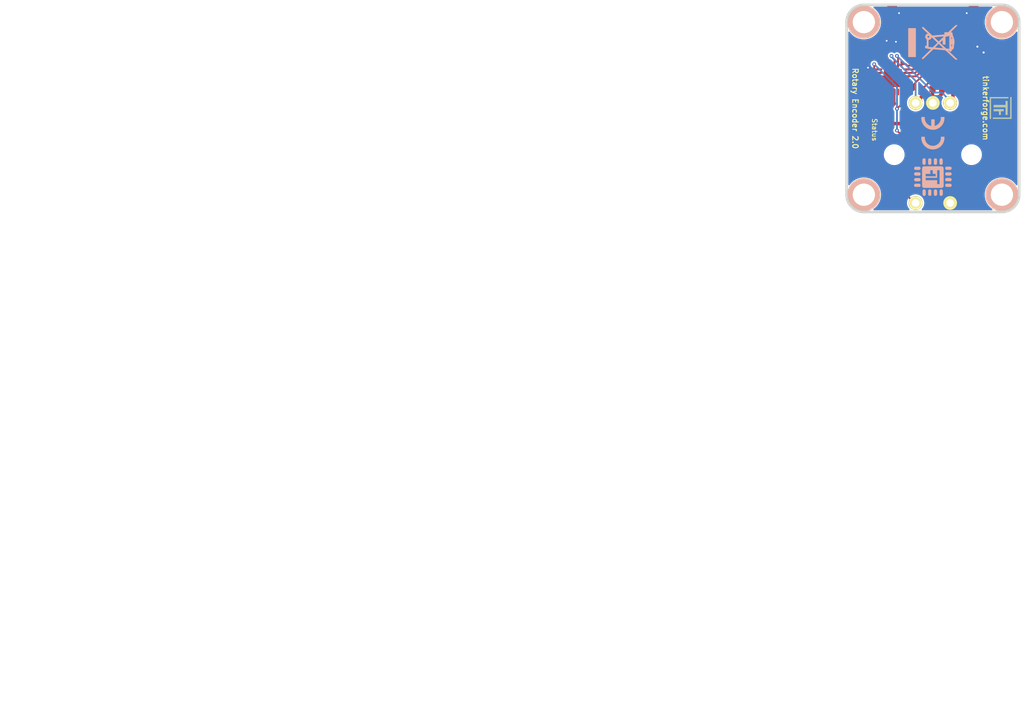
<source format=kicad_pcb>
(kicad_pcb (version 20221018) (generator pcbnew)
  (title_block (title "Rotary Encoder Bricklet") (date "2017-09-18") (rev "2.0") (company "Tinkerforge GmbH") (comment 1 "Licensed under CERN OHL v.1.1") (comment 2 "Copyright (©) 2017, L.Lauer <lukas@tinkerforge.com>"))
  (layers (0 "F.Cu" jumper "Vorderseite") (31 "B.Cu" jumper "Rückseite") (34 "B.Paste" user) (35 "F.Paste" user) (36 "B.SilkS" user "B.Silkscreen") (37 "F.SilkS" user "F.Silkscreen") (38 "B.Mask" user) (39 "F.Mask" user) (44 "Edge.Cuts" user))
  (net 0 "")
  (net 1 "GND")
  (net 2 "VCC")
  (net 3 "Net-(D1-Pad2)")
  (net 4 "Net-(P1-Pad4)")
  (net 5 "Net-(P1-Pad5)")
  (net 6 "Net-(P1-Pad6)")
  (net 7 "Net-(P2-Pad2)")
  (net 8 "Net-(P3-Pad1)")
  (net 9 "Net-(R1-Pad1)")
  (net 10 "S-MISO")
  (net 11 "S-MOSI")
  (net 12 "S-CLK")
  (net 13 "S-CS")
  (net 14 "SW1")
  (net 15 "IN_B")
  (net 16 "IN_A")
  (net 17 "Net-(C4-Pad1)")
  (net 18 "Net-(P1-Pad1)")
  (net 19 "Net-(RP2-Pad2)")
  (net 20 "Net-(U1-Pad4)")
  (net 21 "Net-(U1-Pad6)")
  (net 22 "Net-(U1-Pad8)")
  (net 23 "Net-(U1-Pad11)")
  (net 24 "Net-(U1-Pad12)")
  (net 25 "Net-(U1-Pad13)")
  (net 26 "Net-(U1-Pad14)")
  (net 27 "Net-(U1-Pad17)")
  (net 28 "Net-(U1-Pad18)")
  (net 29 "Net-(U1-Pad19)")
  (net 30 "Net-(U1-Pad20)")
  (net 31 "Net-(U1-Pad21)")
  (footprint "Logo_31x31" (layer "F.Cu") (at 163.8 100.45 -90)
    (fp_text reference "G***" hide)
    (fp_text value "Logo_31x31" hide)
  )
  (footprint "Fiducial_Mark" (layer "F.Cu") (at 141.4 93.6 -90)
    (fp_text reference "Fiducial_Mark" hide)
    (fp_text value "VAL**" hide)
    (pad "1" smd circle (at 0 0 270) (size 1.00076 1.00076) (layers "F.Cu" "F.Mask") (clearance 0.65024))
  )
  (footprint "Fiducial_Mark" (layer "F.Cu") (at 163.4 110.6 -90)
    (fp_text reference "Fiducial_Mark" hide)
    (fp_text value "VAL**" hide)
    (pad "1" smd circle (at 0 0 270) (size 1.00076 1.00076) (layers "F.Cu" "F.Mask") (clearance 0.65024))
  )
  (footprint "kicad-libraries:C0805E" (layer "F.Cu") (at 157.2 94.8 90)
    (fp_text reference "C1")
    (fp_text value "10uF")
    (pad "1" smd rect (at -0.95 0 90) (size 1.3 1.5) (layers "F.Cu" "F.Paste" "F.Mask") (net 2 "VCC") (clearance 0.14986))
    (pad "2" smd rect (at 0.95 0 90) (size 1.3 1.5) (layers "F.Cu" "F.Paste" "F.Mask") (net 1 "GND") (clearance 0.14986))
  )
  (footprint "kicad-libraries:C0603F" (layer "F.Cu") (at 158.8 94.8 90)
    (fp_text reference "C2")
    (fp_text value "1uF")
    (pad "1" smd rect (at -0.75 0 90) (size 0.9 0.9) (layers "F.Cu" "F.Paste" "F.Mask") (net 2 "VCC"))
    (pad "2" smd rect (at 0.75 0 90) (size 0.9 0.9) (layers "F.Cu" "F.Paste" "F.Mask") (net 1 "GND"))
  )
  (footprint "kicad-libraries:C0603F" (layer "F.Cu") (at 143 97.7 90)
    (fp_text reference "C3")
    (fp_text value "100nF")
    (pad "1" smd rect (at -0.75 0 90) (size 0.9 0.9) (layers "F.Cu" "F.Paste" "F.Mask") (net 2 "VCC"))
    (pad "2" smd rect (at 0.75 0 90) (size 0.9 0.9) (layers "F.Cu" "F.Paste" "F.Mask") (net 1 "GND"))
  )
  (footprint "kicad-libraries:CON-SENSOR2" (layer "F.Cu") (at 152.4 87.1 180)
    (fp_text reference "P1")
    (fp_text value "CON-SENSOR2")
    (pad "1" smd rect (at -3.75 -4.6 180) (size 0.6 1.8) (layers "F.Cu" "F.Paste" "F.Mask") (net 18 "Net-(P1-Pad1)"))
    (pad "2" smd rect (at -2.5 -4.6 180) (size 0.6 1.8) (layers "F.Cu" "F.Paste" "F.Mask") (net 1 "GND"))
    (pad "3" smd rect (at -1.25 -4.6 180) (size 0.6 1.8) (layers "F.Cu" "F.Paste" "F.Mask") (net 2 "VCC"))
    (pad "4" smd rect (at 0 -4.6 180) (size 0.6 1.8) (layers "F.Cu" "F.Paste" "F.Mask") (net 4 "Net-(P1-Pad4)"))
    (pad "5" smd rect (at 1.25 -4.6 180) (size 0.6 1.8) (layers "F.Cu" "F.Paste" "F.Mask") (net 5 "Net-(P1-Pad5)"))
    (pad "6" smd rect (at 2.5 -4.6 180) (size 0.6 1.8) (layers "F.Cu" "F.Paste" "F.Mask") (net 6 "Net-(P1-Pad6)"))
    (pad "7" smd rect (at 3.75 -4.6 180) (size 0.6 1.8) (layers "F.Cu" "F.Paste" "F.Mask") (net 17 "Net-(C4-Pad1)"))
    (pad "EP" smd rect (at -5.9 -1.2 180) (size 1.4 2.4) (layers "F.Cu" "F.Paste" "F.Mask") (net 1 "GND"))
    (pad "EP" smd rect (at 5.9 -1.2 180) (size 1.4 2.4) (layers "F.Cu" "F.Paste" "F.Mask") (net 1 "GND"))
  )
  (footprint "kicad-libraries:SolderJumper" (layer "F.Cu") (at 145.7 93.3 -90)
    (fp_text reference "P2")
    (fp_text value "BOOT")
    (pad "1" smd rect (at -0.5 0 270) (size 0.4 1.4) (layers "F.Cu" "F.Mask") (net 1 "GND"))
    (pad "1" smd rect (at -0.225 -0.55 270) (size 0.95 0.3) (layers "F.Cu" "F.Mask") (net 1 "GND"))
    (pad "1" smd rect (at -0.225 0.55 270) (size 0.95 0.3) (layers "F.Cu" "F.Mask") (net 1 "GND"))
    (pad "2" smd rect (at 0.15 0 270) (size 0.6 0.5) (layers "F.Cu" "F.Mask") (net 7 "Net-(P2-Pad2)"))
    (pad "2" smd rect (at 0.55 0 270) (size 0.3 1.4) (layers "F.Cu" "F.Mask") (net 7 "Net-(P2-Pad2)"))
  )
  (footprint "kicad-libraries:DEBUG_PAD" (layer "F.Cu") (at 146.7 101.4 -90)
    (fp_text reference "P3")
    (fp_text value "DEBUG")
    (pad "1" smd circle (at 0 0 270) (size 0.7 0.7) (layers "F.Cu" "F.Paste" "F.Mask") (net 8 "Net-(P3-Pad1)"))
  )
  (footprint "kicad-libraries:R0603F" (layer "F.Cu") (at 142.7 102.1 -90)
    (fp_text reference "R1")
    (fp_text value "1k")
    (pad "1" smd rect (at -0.75 0 270) (size 0.9 0.9) (layers "F.Cu" "F.Paste" "F.Mask") (net 9 "Net-(R1-Pad1)"))
    (pad "2" smd rect (at 0.75 0 270) (size 0.9 0.9) (layers "F.Cu" "F.Paste" "F.Mask") (net 3 "Net-(D1-Pad2)"))
  )
  (footprint "kicad-libraries:4X0402" (layer "F.Cu") (at 150.4 94.7 180)
    (fp_text reference "RP1")
    (fp_text value "82")
    (pad "1" smd rect (at -0.7493 0.575) (size 0.29972 0.65) (layers "F.Cu" "F.Paste" "F.Mask") (net 4 "Net-(P1-Pad4)"))
    (pad "2" smd rect (at -0.24892 0.575) (size 0.29972 0.65) (layers "F.Cu" "F.Paste" "F.Mask") (net 5 "Net-(P1-Pad5)"))
    (pad "3" smd rect (at 0.24892 0.575) (size 0.29972 0.65) (layers "F.Cu" "F.Paste" "F.Mask") (net 6 "Net-(P1-Pad6)"))
    (pad "4" smd rect (at 0.7493 0.575) (size 0.29972 0.65) (layers "F.Cu" "F.Paste" "F.Mask") (net 17 "Net-(C4-Pad1)"))
    (pad "5" smd rect (at 0.7493 -0.575 180) (size 0.29972 0.65) (layers "F.Cu" "F.Paste" "F.Mask") (net 10 "S-MISO"))
    (pad "6" smd rect (at 0.24892 -0.575 180) (size 0.29972 0.65) (layers "F.Cu" "F.Paste" "F.Mask") (net 11 "S-MOSI"))
    (pad "7" smd rect (at -0.24892 -0.575 180) (size 0.29972 0.65) (layers "F.Cu" "F.Paste" "F.Mask") (net 12 "S-CLK"))
    (pad "8" smd rect (at -0.7493 -0.575 180) (size 0.29972 0.65) (layers "F.Cu" "F.Paste" "F.Mask") (net 13 "S-CS"))
  )
  (footprint "kicad-libraries:4X0603" (layer "F.Cu") (at 153.8 96.6 180)
    (fp_text reference "RP2")
    (fp_text value "10k")
    (pad "1" smd rect (at -1.19888 -0.8509 180) (size 0.44958 0.89916) (layers "F.Cu" "F.Paste" "F.Mask") (net 16 "IN_A"))
    (pad "2" smd rect (at -0.39878 -0.8509 180) (size 0.44958 0.89916) (layers "F.Cu" "F.Paste" "F.Mask") (net 19 "Net-(RP2-Pad2)"))
    (pad "3" smd rect (at 0.39878 -0.8509 180) (size 0.44958 0.89916) (layers "F.Cu" "F.Paste" "F.Mask") (net 15 "IN_B"))
    (pad "4" smd rect (at 1.19888 -0.8509 180) (size 0.44958 0.89916) (layers "F.Cu" "F.Paste" "F.Mask") (net 14 "SW1"))
    (pad "5" smd rect (at 1.19888 0.8509 180) (size 0.44958 0.89916) (layers "F.Cu" "F.Paste" "F.Mask") (net 2 "VCC"))
    (pad "6" smd rect (at 0.39878 0.8509 180) (size 0.44958 0.89916) (layers "F.Cu" "F.Paste" "F.Mask") (net 2 "VCC"))
    (pad "7" smd rect (at -0.39878 0.8509 180) (size 0.44958 0.89916) (layers "F.Cu" "F.Paste" "F.Mask") (net 2 "VCC"))
    (pad "8" smd rect (at -1.19888 0.8509 180) (size 0.44958 0.89916) (layers "F.Cu" "F.Paste" "F.Mask") (net 2 "VCC"))
  )
  (footprint "kicad-libraries:QFN24-4x4mm-0.5mm" (layer "F.Cu") (at 146.6 97.7 -90)
    (fp_text reference "U1")
    (fp_text value "XMC110024")
    (pad "1" smd oval (at -2.025 -1.25 270) (size 1 0.3) (layers "F.Cu" "F.Paste" "F.Mask") (net 10 "S-MISO"))
    (pad "2" smd oval (at -2.025 -0.75 270) (size 1 0.3) (layers "F.Cu" "F.Paste" "F.Mask") (net 16 "IN_A"))
    (pad "3" smd oval (at -2.025 -0.25 270) (size 1 0.3) (layers "F.Cu" "F.Paste" "F.Mask") (net 15 "IN_B"))
    (pad "4" smd oval (at -2.025 0.25 270) (size 1 0.3) (layers "F.Cu" "F.Paste" "F.Mask") (net 20 "Net-(U1-Pad4)"))
    (pad "5" smd oval (at -2.025 0.75 270) (size 1 0.3) (layers "F.Cu" "F.Paste" "F.Mask") (net 7 "Net-(P2-Pad2)"))
    (pad "6" smd oval (at -2.025 1.25 270) (size 1 0.3) (layers "F.Cu" "F.Paste" "F.Mask") (net 21 "Net-(U1-Pad6)"))
    (pad "7" smd oval (at -1.25 2.025) (size 1 0.3) (layers "F.Cu" "F.Paste" "F.Mask") (net 14 "SW1"))
    (pad "8" smd oval (at -0.75 2.025) (size 1 0.3) (layers "F.Cu" "F.Paste" "F.Mask") (net 22 "Net-(U1-Pad8)"))
    (pad "9" smd oval (at -0.25 2.025) (size 1 0.3) (layers "F.Cu" "F.Paste" "F.Mask") (net 1 "GND"))
    (pad "10" smd oval (at 0.25 2.025) (size 1 0.3) (layers "F.Cu" "F.Paste" "F.Mask") (net 2 "VCC"))
    (pad "11" smd oval (at 0.75 2.025) (size 1 0.3) (layers "F.Cu" "F.Paste" "F.Mask") (net 23 "Net-(U1-Pad11)"))
    (pad "12" smd oval (at 1.25 2.025) (size 1 0.3) (layers "F.Cu" "F.Paste" "F.Mask") (net 24 "Net-(U1-Pad12)"))
    (pad "13" smd oval (at 2.025 1.25 270) (size 1 0.3) (layers "F.Cu" "F.Paste" "F.Mask") (net 25 "Net-(U1-Pad13)"))
    (pad "14" smd oval (at 2.025 0.75 270) (size 1 0.3) (layers "F.Cu" "F.Paste" "F.Mask") (net 26 "Net-(U1-Pad14)"))
    (pad "15" smd oval (at 2.025 0.25 270) (size 1 0.3) (layers "F.Cu" "F.Paste" "F.Mask") (net 9 "Net-(R1-Pad1)"))
    (pad "16" smd oval (at 2.025 -0.25 270) (size 1 0.3) (layers "F.Cu" "F.Paste" "F.Mask") (net 8 "Net-(P3-Pad1)"))
    (pad "17" smd oval (at 2.025 -0.75 270) (size 1 0.3) (layers "F.Cu" "F.Paste" "F.Mask") (net 27 "Net-(U1-Pad17)"))
    (pad "18" smd oval (at 2.025 -1.25 270) (size 1 0.3) (layers "F.Cu" "F.Paste" "F.Mask") (net 28 "Net-(U1-Pad18)"))
    (pad "19" smd oval (at 1.25 -2.025) (size 1 0.3) (layers "F.Cu" "F.Paste" "F.Mask") (net 29 "Net-(U1-Pad19)"))
    (pad "20" smd oval (at 0.75 -2.025) (size 1 0.3) (layers "F.Cu" "F.Paste" "F.Mask") (net 30 "Net-(U1-Pad20)"))
    (pad "21" smd oval (at 0.25 -2.025) (size 1 0.3) (layers "F.Cu" "F.Paste" "F.Mask") (net 31 "Net-(U1-Pad21)"))
    (pad "22" smd oval (at -0.25 -2.025) (size 1 0.3) (layers "F.Cu" "F.Paste" "F.Mask") (net 13 "S-CS"))
    (pad "23" smd oval (at -0.75 -2.025) (size 1 0.3) (layers "F.Cu" "F.Paste" "F.Mask") (net 12 "S-CLK"))
    (pad "24" smd oval (at -1.25 -2.025) (size 1 0.3) (layers "F.Cu" "F.Paste" "F.Mask") (net 11 "S-MOSI"))
    (pad "EXP" smd rect (at -0.65 -0.65 270) (size 1.3 1.3) (layers "F.Cu" "F.Paste" "F.Mask") (net 1 "GND"))
    (pad "EXP" smd rect (at -0.65 0.65 270) (size 1.3 1.3) (layers "F.Cu" "F.Paste" "F.Mask") (net 1 "GND"))
    (pad "EXP" smd rect (at 0.65 -0.65 270) (size 1.3 1.3) (layers "F.Cu" "F.Paste" "F.Mask") (net 1 "GND"))
    (pad "EXP" smd rect (at 0.65 0.65 270) (size 1.3 1.3) (layers "F.Cu" "F.Paste" "F.Mask") (net 1 "GND"))
  )
  (footprint "kicad-libraries:ROTARY_ENCODER" (layer "F.Cu") (at 152.4 108.8 90)
    (fp_text reference "U2")
    (fp_text value "ROTARY_ENCODER")
    (pad "" np_thru_hole circle (at 0 -5.6 90) (size 2.5 2.5) (drill 2.5) (layers "*.Cu" "*.Mask" "F.SilkS"))
    (pad "" np_thru_hole circle (at 0 5.6 90) (size 2.5 2.5) (drill 2.5) (layers "*.Cu" "*.Mask" "F.SilkS"))
    (pad "A" thru_hole circle (at 7.5 2.5 90) (size 2 2) (drill 1.1) (layers "*.Cu" "*.Mask" "F.SilkS") (net 16 "IN_A"))
    (pad "B" thru_hole circle (at 7.5 -2.5 90) (size 2 2) (drill 1.1) (layers "*.Cu" "*.Mask" "F.SilkS") (net 15 "IN_B"))
    (pad "C" thru_hole circle (at 7.5 0 90) (size 2 2) (drill 1.1) (layers "*.Cu" "*.Mask" "F.SilkS") (net 1 "GND"))
    (pad "SW1" thru_hole circle (at -7 -2.5 90) (size 2 2) (drill 1.1) (layers "*.Cu" "*.Mask" "F.SilkS") (net 14 "SW1"))
    (pad "SW2" thru_hole circle (at -7 2.5 90) (size 2 2) (drill 1.1) (layers "*.Cu" "*.Mask" "F.SilkS") (net 1 "GND"))
  )
  (footprint "kicad-libraries:DRILL_NP" (layer "F.Cu") (at 162.4 114.6 -90)
    (fp_text reference "U3" hide)
    (fp_text value "DRILL" hide)
    (pad "" np_thru_hole circle (at 0 0 270) (size 3.2 3.2) (drill 3.2) (layers "F&B.Cu" "*.Mask") (clearance 0.89))
  )
  (footprint "kicad-libraries:DRILL_NP" (layer "F.Cu") (at 142.4 89.6 -90)
    (fp_text reference "U4" hide)
    (fp_text value "DRILL" hide)
    (pad "" np_thru_hole circle (at 0 0 270) (size 3.2 3.2) (drill 3.2) (layers "F&B.Cu" "*.Mask") (clearance 0.89))
  )
  (footprint "kicad-libraries:DRILL_NP" (layer "F.Cu") (at 142.4 114.6 -90)
    (fp_text reference "U5" hide)
    (fp_text value "DRILL" hide)
    (pad "" np_thru_hole circle (at 0 0 270) (size 3.2 3.2) (drill 3.2) (layers "F&B.Cu" "*.Mask") (clearance 0.89))
  )
  (footprint "kicad-libraries:DRILL_NP" (layer "F.Cu") (at 162.4 89.6 -90)
    (fp_text reference "U6" hide)
    (fp_text value "DRILL" hide)
    (pad "" np_thru_hole circle (at 0 0 270) (size 3.2 3.2) (drill 3.2) (layers "F&B.Cu" "*.Mask") (clearance 0.89))
  )
  (footprint "kicad-libraries:C0603F" (layer "F.Cu") (at 151.6 99.3)
    (fp_text reference "C5")
    (fp_text value "10nF")
    (pad "1" smd rect (at -0.75 0) (size 0.9 0.9) (layers "F.Cu" "F.Paste" "F.Mask") (net 15 "IN_B"))
    (pad "2" smd rect (at 0.75 0) (size 0.9 0.9) (layers "F.Cu" "F.Paste" "F.Mask") (net 1 "GND"))
  )
  (footprint "kicad-libraries:C0603F" (layer "F.Cu") (at 154.5 99.3 180)
    (fp_text reference "C6")
    (fp_text value "10nF")
    (pad "1" smd rect (at -0.75 0 180) (size 0.9 0.9) (layers "F.Cu" "F.Paste" "F.Mask") (net 16 "IN_A"))
    (pad "2" smd rect (at 0.75 0 180) (size 0.9 0.9) (layers "F.Cu" "F.Paste" "F.Mask") (net 1 "GND"))
  )
  (footprint "kicad-libraries:C0402F" (layer "F.Cu") (at 148 93.4 135)
    (fp_text reference "C4")
    (fp_text value "220pF")
    (pad "1" smd rect (at -0.499999 0 135) (size 0.6 0.7) (layers "F.Cu" "F.Paste" "F.Mask") (net 17 "Net-(C4-Pad1)"))
    (pad "2" smd rect (at 0.499999 0 135) (size 0.6 0.7) (layers "F.Cu" "F.Paste" "F.Mask") (net 1 "GND"))
  )
  (footprint "kicad-libraries:D0603F" (layer "F.Cu") (at 142.7 105.2 90)
    (fp_text reference "D1")
    (fp_text value "blue")
    (pad "1" smd rect (at -0.75 0 90) (size 0.9 0.9) (layers "F.Cu" "F.Paste" "F.Mask") (net 2 "VCC"))
    (pad "2" smd rect (at 0.75 0 90) (size 0.9 0.9) (layers "F.Cu" "F.Paste" "F.Mask") (net 3 "Net-(D1-Pad2)"))
  )
  (footprint "kicad-libraries:WEEE_7mm" (layer "B.Cu") (at 152.4 92.55 90)
    (fp_text reference "VAL" hide)
    (fp_text value "WEEE_7mm" hide)
  )
  (footprint "kicad-libraries:CE_5mm" (layer "B.Cu") (at 152.4 105.65 90)
    (fp_text reference "VAL" hide)
    (fp_text value "CE_5mm" hide)
  )
  (footprint "kicad-libraries:Logo_CoMCU" (layer "B.Cu") (at 152.4 112.05 90)
    (fp_text reference "G***" hide)
    (fp_text value "LOGO" hide)
  )
  (gr_arc (start 162.4 87.1) (mid 164.167767 87.832233) (end 164.9 89.6) (stroke (width 0.381)) (layer "Edge.Cuts"))
  (gr_arc (start 164.9 114.6) (mid 164.167767 116.367767) (end 162.4 117.1) (stroke (width 0.381)) (layer "Edge.Cuts"))
  (gr_line (start 162.4 117.1) (end 142.4 117.1) (stroke (width 0.381)) (layer "Edge.Cuts"))
  (gr_arc (start 142.4 117.1) (mid 140.632233 116.367767) (end 139.9 114.6) (stroke (width 0.381)) (layer "Edge.Cuts"))
  (gr_line (start 142.4 87.1) (end 162.4 87.1) (stroke (width 0.381)) (layer "Edge.Cuts"))
  (gr_line (start 164.9 89.6) (end 164.9 114.6) (stroke (width 0.381)) (layer "Edge.Cuts"))
  (gr_arc (start 139.9 89.6) (mid 140.632233 87.832233) (end 142.4 87.1) (stroke (width 0.381)) (layer "Edge.Cuts"))
  (gr_line (start 139.9 114.6) (end 139.9 89.6) (stroke (width 0.381)) (layer "Edge.Cuts"))
  (gr_text "tinkerforge.com" (at 160.05 102.05 270) (layer "F.SilkS") (effects (font (size 0.8 0.8))))
  (gr_text "Status" (at 143.95 105.2 270) (layer "F.SilkS") (effects (font (size 0.7 0.7) (thickness 0.12))))
  (gr_text "Rotary Encoder 2.0\n" (at 141.15 102.1 270) (layer "F.SilkS") (effects (font (size 0.8 0.8))))
  (segment (start 145.55 97.45) (end 145.95 97.05) (width 0.25) (layer "F.Cu") (net 1))
  (segment (start 145.95 97.05) (end 145.95 98.35) (width 0.25) (layer "F.Cu") (net 1))
  (segment (start 145.95 98.35) (end 147.25 98.35) (width 0.25) (layer "F.Cu") (net 1))
  (segment (start 147.25 98.35) (end 147.25 97.05) (width 0.25) (layer "F.Cu") (net 1))
  (segment (start 143.85 97.45) (end 143.35 96.95) (width 0.25) (layer "F.Cu") (net 1))
  (segment (start 143.35 96.95) (end 143 96.95) (width 0.25) (layer "F.Cu") (net 1))
  (segment (start 145.15 92.925) (end 145.275 92.8) (width 0.25) (layer "F.Cu") (net 1))
  (segment (start 145.275 92.8) (end 146.175 92.8) (width 0.25) (layer "F.Cu") (net 1))
  (segment (start 146.175 92.8) (end 146.25 92.875) (width 0.25) (layer "F.Cu") (net 1))
  (segment (start 146.25 92.875) (end 146.25 93.25) (width 0.25) (layer "F.Cu") (net 1))
  (segment (start 146.25 93.25) (end 146.25 93.075) (width 0.25) (layer "F.Cu") (net 1))
  (segment (start 147.490381 92.890381) (end 147.05 92.45) (width 0.55) (layer "F.Cu") (net 1))
  (segment (start 154.9 92.8) (end 155.65 93.55) (width 0.7) (layer "F.Cu") (net 1))
  (segment (start 155.65 93.55) (end 156.95 93.55) (width 0.7) (layer "F.Cu") (net 1))
  (segment (start 156.95 93.55) (end 157.2 93.8) (width 0.7) (layer "F.Cu") (net 1))
  (segment (start 157.4 94) (end 157.2 93.8) (width 0.7) (layer "F.Cu") (net 1))
  (segment (start 147.25 97.05) (end 145.95 97.05) (width 0.25) (layer "F.Cu") (net 1))
  (segment (start 158.85 94) (end 158.85 93.15) (width 0.7) (layer "F.Cu") (net 1))
  (segment (start 152.35 99.3) (end 152.35 101.25) (width 0.5) (layer "F.Cu") (net 1))
  (segment (start 144.575 97.45) (end 145.55 97.45) (width 0.25) (layer "F.Cu") (net 1))
  (segment (start 145.7 92.8) (end 145.7 92.3) (width 0.25) (layer "F.Cu") (net 1))
  (segment (start 152.4 101.3) (end 153.8 99.9) (width 0.5) (layer "F.Cu") (net 1))
  (segment (start 145.15 93.075) (end 145.15 92.925) (width 0.25) (layer "F.Cu") (net 1))
  (segment (start 144.575 97.45) (end 143.85 97.45) (width 0.25) (layer "F.Cu") (net 1))
  (segment (start 152.35 101.25) (end 152.4 101.3) (width 0.5) (layer "F.Cu") (net 1))
  (segment (start 147.490381 92.940381) (end 147.490381 92.890381) (width 0.55) (layer "F.Cu") (net 1))
  (segment (start 153.8 99.9) (end 153.8 99.3) (width 0.5) (layer "F.Cu") (net 1))
  (segment (start 143 96.95) (end 143 96.2) (width 0.55) (layer "F.Cu") (net 1))
  (segment (start 158.85 94) (end 157.4 94) (width 0.7) (layer "F.Cu") (net 1))
  (segment (start 158.85 94) (end 159.75 94) (width 0.7) (layer "F.Cu") (net 1))
  (segment (start 146.5 88.3) (end 147.5 88.3) (width 0.55) (layer "F.Cu") (net 1))
  (segment (start 154.9 91.7) (end 154.9 92.8) (width 0.7) (layer "F.Cu") (net 1))
  (segment (start 158.3 88.3) (end 157.3 88.3) (width 0.55) (layer "F.Cu") (net 1))
  (via (at 159.75 94) (size 0.7) (drill 0.3) (layers "F.Cu" "B.Cu") (net 1))
  (via (at 143 96.2) (size 0.55) (drill 0.25) (layers "F.Cu" "B.Cu") (net 1))
  (via (at 145.7 92.3) (size 0.55) (drill 0.25) (layers "F.Cu" "B.Cu") (net 1))
  (via (at 147.5 88.3) (size 0.55) (drill 0.25) (layers "F.Cu" "B.Cu") (net 1))
  (via (at 147.05 92.45) (size 0.55) (drill 0.25) (layers "F.Cu" "B.Cu") (net 1))
  (via (at 158.85 93.15) (size 0.7) (drill 0.3) (layers "F.Cu" "B.Cu") (net 1))
  (via (at 157.3 88.3) (size 0.55) (drill 0.25) (layers "F.Cu" "B.Cu") (net 1))
  (segment (start 143.85 97.95) (end 143.35 98.45) (width 0.25) (layer "F.Cu") (net 2))
  (segment (start 143.35 98.45) (end 143 98.45) (width 0.25) (layer "F.Cu") (net 2))
  (segment (start 141.9001 106.0501) (end 141.25 105.4) (width 0.5) (layer "F.Cu") (net 2))
  (segment (start 144.0499 106.0501) (end 145.8 104.3) (width 0.5) (layer "F.Cu") (net 2))
  (segment (start 145.8 104.3) (end 155.95 104.3) (width 0.5) (layer "F.Cu") (net 2))
  (segment (start 142.25 98.45) (end 141.25 99.45) (width 0.5) (layer "F.Cu") (net 2))
  (segment (start 141.25 99.45) (end 141.25 105.4) (width 0.5) (layer "F.Cu") (net 2))
  (segment (start 153.65 93.3) (end 154.35 94) (width 0.7) (layer "F.Cu") (net 2))
  (segment (start 154.9 94.55) (end 155.4 94.55) (width 0.7) (layer "F.Cu") (net 2))
  (segment (start 155.4 94.55) (end 156.55 95.7) (width 0.7) (layer "F.Cu") (net 2))
  (segment (start 156.55 95.7) (end 157.2 95.7) (width 0.7) (layer "F.Cu") (net 2))
  (segment (start 157.4 95.5) (end 157.2 95.7) (width 0.7) (layer "F.Cu") (net 2))
  (segment (start 158.85 101.4) (end 155.95 104.3) (width 0.5) (layer "F.Cu") (net 2))
  (segment (start 154.35 94) (end 154.9 94.55) (width 0.7) (layer "F.Cu") (net 2))
  (segment (start 154.99888 95.7491) (end 154.99888 94.64888) (width 0.29972) (layer "F.Cu") (net 2))
  (segment (start 153.40122 94.89878) (end 153.75 94.55) (width 0.29972) (layer "F.Cu") (net 2))
  (segment (start 142.65 106.0501) (end 141.9001 106.0501) (width 0.5) (layer "F.Cu") (net 2))
  (segment (start 152.60112 95.09888) (end 153.15 94.55) (width 0.29972) (layer "F.Cu") (net 2))
  (segment (start 153.65 91.7) (end 153.65 93.3) (width 0.7) (layer "F.Cu") (net 2))
  (segment (start 152.60112 95.7491) (end 152.60112 95.09888) (width 0.29972) (layer "F.Cu") (net 2))
  (segment (start 153.75 94.55) (end 153.95 94.55) (width 0.29972) (layer "F.Cu") (net 2))
  (segment (start 158.85 95.5) (end 158.85 101.4) (width 0.5) (layer "F.Cu") (net 2))
  (segment (start 153.95 94.55) (end 154.9 94.55) (width 0.29972) (layer "F.Cu") (net 2))
  (segment (start 153.15 94.55) (end 153.75 94.55) (width 0.29972) (layer "F.Cu") (net 2))
  (segment (start 153.40122 95.7491) (end 153.40122 94.89878) (width 0.29972) (layer "F.Cu") (net 2))
  (segment (start 158.85 95.5) (end 157.4 95.5) (width 0.7) (layer "F.Cu") (net 2))
  (segment (start 143 98.45) (end 142.25 98.45) (width 0.5) (layer "F.Cu") (net 2))
  (segment (start 154.19878 95.7491) (end 154.19878 94.79878) (width 0.29972) (layer "F.Cu") (net 2))
  (segment (start 154.19878 94.79878) (end 153.95 94.55) (width 0.29972) (layer "F.Cu") (net 2))
  (segment (start 154.99888 94.64888) (end 154.9 94.55) (width 0.29972) (layer "F.Cu") (net 2))
  (segment (start 144.575 97.95) (end 143.85 97.95) (width 0.25) (layer "F.Cu") (net 2))
  (segment (start 142.65 106.0501) (end 144.0499 106.0501) (width 0.5) (layer "F.Cu") (net 2))
  (segment (start 142.65 102.85) (end 142.65 104.3499) (width 0.25) (layer "F.Cu") (net 3))
  (segment (start 152.4 92.7) (end 152 93.1) (width 0.25) (layer "F.Cu") (net 4))
  (segment (start 152 93.1) (end 151.5 93.1) (width 0.25) (layer "F.Cu") (net 4))
  (segment (start 151.5 93.1) (end 151.1493 93.4507) (width 0.25) (layer "F.Cu") (net 4))
  (segment (start 151.1493 93.4507) (end 151.1493 94.125) (width 0.25) (layer "F.Cu") (net 4))
  (segment (start 152.4 91.7) (end 152.4 92.7) (width 0.25) (layer "F.Cu") (net 4))
  (segment (start 151.15 92.75) (end 150.64892 93.25108) (width 0.25) (layer "F.Cu") (net 5))
  (segment (start 150.64892 93.25108) (end 150.64892 94.125) (width 0.25) (layer "F.Cu") (net 5))
  (segment (start 151.15 91.7) (end 151.15 92.75) (width 0.25) (layer "F.Cu") (net 5))
  (segment (start 149.9 92.9) (end 150.15108 93.15108) (width 0.25) (layer "F.Cu") (net 6))
  (segment (start 150.15108 93.15108) (end 150.15108 94.125) (width 0.25) (layer "F.Cu") (net 6))
  (segment (start 149.9 91.7) (end 149.9 92.9) (width 0.25) (layer "F.Cu") (net 6))
  (segment (start 145.85 94.75) (end 145.7 94.6) (width 0.25) (layer "F.Cu") (net 7))
  (segment (start 145.7 94.6) (end 145.7 93.45) (width 0.25) (layer "F.Cu") (net 7))
  (segment (start 145.85 95.675) (end 145.85 94.75) (width 0.25) (layer "F.Cu") (net 7))
  (segment (start 145.7 93.45) (end 145.7 93.85) (width 0.25) (layer "F.Cu") (net 7))
  (segment (start 146.85 101.15) (end 146.65 101.35) (width 0.25) (layer "F.Cu") (net 8))
  (segment (start 146.85 99.725) (end 146.85 101.15) (width 0.25) (layer "F.Cu") (net 8))
  (segment (start 146.35 100.6) (end 145.6 101.35) (width 0.25) (layer "F.Cu") (net 9))
  (segment (start 145.6 101.35) (end 142.65 101.35) (width 0.25) (layer "F.Cu") (net 9))
  (segment (start 146.35 99.725) (end 146.35 100.6) (width 0.25) (layer "F.Cu") (net 9))
  (segment (start 149.6507 95.711968) (end 149.462668 95.9) (width 0.25) (layer "F.Cu") (net 10))
  (segment (start 149.462668 95.9) (end 148.7 95.9) (width 0.25) (layer "F.Cu") (net 10))
  (segment (start 148.7 95.9) (end 148.475 95.675) (width 0.25) (layer "F.Cu") (net 10))
  (segment (start 148.475 95.675) (end 147.85 95.675) (width 0.25) (layer "F.Cu") (net 10))
  (segment (start 149.6507 95.275) (end 149.6507 95.711968) (width 0.25) (layer "F.Cu") (net 10))
  (segment (start 150.15108 95.94892) (end 149.65 96.45) (width 0.25) (layer "F.Cu") (net 11))
  (segment (start 149.65 96.45) (end 148.625 96.45) (width 0.25) (layer "F.Cu") (net 11))
  (segment (start 150.15108 95.275) (end 150.15108 95.94892) (width 0.25) (layer "F.Cu") (net 11))
  (segment (start 150.64892 96.15108) (end 149.85 96.95) (width 0.25) (layer "F.Cu") (net 12))
  (segment (start 149.85 96.95) (end 148.625 96.95) (width 0.25) (layer "F.Cu") (net 12))
  (segment (start 150.64892 95.275) (end 150.64892 96.15108) (width 0.25) (layer "F.Cu") (net 12))
  (segment (start 151.1493 96.288032) (end 149.987332 97.45) (width 0.25) (layer "F.Cu") (net 13))
  (segment (start 149.987332 97.45) (end 148.625 97.45) (width 0.25) (layer "F.Cu") (net 13))
  (segment (start 151.1493 95.275) (end 151.1493 96.288032) (width 0.25) (layer "F.Cu") (net 13))
  (segment (start 144.05 96.45) (end 143.9 96.3) (width 0.25) (layer "F.Cu") (net 14))
  (segment (start 143.9 96.3) (end 143.9 95.7) (width 0.25) (layer "F.Cu") (net 14))
  (segment (start 147.2 105.3) (end 148.65 106.75) (width 0.25) (layer "F.Cu") (net 14))
  (segment (start 148.65 106.75) (end 148.65 114.7) (width 0.25) (layer "F.Cu") (net 14))
  (segment (start 148.65 114.7) (end 149.9 115.95) (width 0.25) (layer "F.Cu") (net 14))
  (segment (start 148.55 100.45) (end 148.55 100.8) (width 0.25) (layer "F.Cu") (net 14))
  (segment (start 144.575 96.45) (end 144.05 96.45) (width 0.25) (layer "F.Cu") (net 14))
  (segment (start 149.65 99.35) (end 148.55 100.45) (width 0.25) (layer "F.Cu") (net 14))
  (segment (start 152.60112 97.4509) (end 150.7991 97.4509) (width 0.25) (layer "F.Cu") (net 14))
  (segment (start 148.55 100.8) (end 147.2 102.15) (width 0.25) (layer "F.Cu") (net 14))
  (segment (start 149.65 98.6) (end 149.65 99.35) (width 0.25) (layer "F.Cu") (net 14))
  (segment (start 150.7991 97.4509) (end 149.65 98.6) (width 0.25) (layer "F.Cu") (net 14))
  (via (at 147.2 105.3) (size 0.55) (drill 0.25) (layers "F.Cu" "B.Cu") (net 14))
  (via (at 147.2 102.15) (size 0.55) (drill 0.25) (layers "F.Cu" "B.Cu") (net 14))
  (via (at 143.9 95.7) (size 0.55) (drill 0.25) (layers "F.Cu" "B.Cu") (net 14))
  (segment (start 143.9 95.7) (end 147.2 99) (width 0.25) (layer "B.Cu") (net 14))
  (segment (start 147.2 99) (end 147.2 100.9) (width 0.25) (layer "B.Cu") (net 14))
  (segment (start 147.2 105.3) (end 147.2 102.15) (width 0.25) (layer "B.Cu") (net 14))
  (segment (start 147.2 102.15) (end 147.2 100.9) (width 0.25) (layer "B.Cu") (net 14))
  (segment (start 146.85 95.05) (end 146.4 94.6) (width 0.25) (layer "F.Cu") (net 15))
  (segment (start 146.4 94.6) (end 146.4 94.5) (width 0.25) (layer "F.Cu") (net 15))
  (segment (start 150.85 100.35) (end 150.85 99.3) (width 0.5) (layer "F.Cu") (net 15))
  (segment (start 149.9 101.3) (end 150.85 100.35) (width 0.5) (layer "F.Cu") (net 15))
  (segment (start 146.85 95.675) (end 146.85 95.05) (width 0.25) (layer "F.Cu") (net 15))
  (segment (start 151.75 98.4) (end 150.85 99.3) (width 0.25) (layer "F.Cu") (net 15))
  (segment (start 152.87639 98.4) (end 151.75 98.4) (width 0.25) (layer "F.Cu") (net 15))
  (segment (start 153.40122 97.87517) (end 152.87639 98.4) (width 0.25) (layer "F.Cu") (net 15))
  (segment (start 153.40122 97.4509) (end 153.40122 97.87517) (width 0.25) (layer "F.Cu") (net 15))
  (via (at 146.4 94.5) (size 0.55) (drill 0.25) (layers "F.Cu" "B.Cu") (net 15))
  (segment (start 146.4 94.5) (end 146.4 94.6) (width 0.25) (layer "B.Cu") (net 15))
  (segment (start 146.4 94.6) (end 149.9 98.1) (width 0.25) (layer "B.Cu") (net 15))
  (segment (start 149.9 98.1) (end 149.9 101.3) (width 0.25) (layer "B.Cu") (net 15))
  (segment (start 147.35 94.65) (end 147.2 94.5) (width 0.25) (layer "F.Cu") (net 16))
  (segment (start 154.9 101.3) (end 155.3 100.9) (width 0.5) (layer "F.Cu") (net 16))
  (segment (start 155.3 100.9) (end 155.3 99.3) (width 0.5) (layer "F.Cu") (net 16))
  (segment (start 147.35 95.675) (end 147.35 94.65) (width 0.25) (layer "F.Cu") (net 16))
  (segment (start 154.99888 97.4509) (end 154.99888 98.09888) (width 0.25) (layer "F.Cu") (net 16))
  (segment (start 155.3 98.4) (end 155.3 99.3) (width 0.25) (layer "F.Cu") (net 16))
  (segment (start 154.99888 98.09888) (end 155.3 98.4) (width 0.25) (layer "F.Cu") (net 16))
  (via (at 147.2 94.5) (size 0.55) (drill 0.25) (layers "F.Cu" "B.Cu") (net 16))
  (segment (start 152.5 99.8) (end 153.7 99.8) (width 0.25) (layer "B.Cu") (net 16))
  (segment (start 147.2 94.5) (end 152.5 99.8) (width 0.25) (layer "B.Cu") (net 16))
  (segment (start 153.7 99.8) (end 154.9 101) (width 0.25) (layer "B.Cu") (net 16))
  (segment (start 154.9 101) (end 154.9 101.3) (width 0.25) (layer "B.Cu") (net 16))
  (segment (start 148.65 92.75) (end 149 93.1) (width 0.25) (layer "F.Cu") (net 17))
  (segment (start 149 93.1) (end 149.4 93.1) (width 0.25) (layer "F.Cu") (net 17))
  (segment (start 149.4 93.1) (end 149.6507 93.3507) (width 0.25) (layer "F.Cu") (net 17))
  (segment (start 149.6507 93.3507) (end 149.6507 94.125) (width 0.25) (layer "F.Cu") (net 17))
  (segment (start 148.675 94.125) (end 148.409619 93.859619) (width 0.25) (layer "F.Cu") (net 17))
  (segment (start 148.65 91.7) (end 148.65 92.75) (width 0.25) (layer "F.Cu") (net 17))
  (segment (start 149.6507 94.125) (end 148.675 94.125) (width 0.25) (layer "F.Cu") (net 17))
  (zone (net 1) (net_name "GND") (layer "B.Cu") (connect_pads yes (clearance 0.25)) (min_thickness 0.22) (fill yes (thermal_gap 0.25) (thermal_bridge_width 0.25))
    (polygon (pts (xy 139.9 117) (xy 139.9 87.1) (xy 164.9 87.1) (xy 164.9 117.1)))
  )
)
</source>
